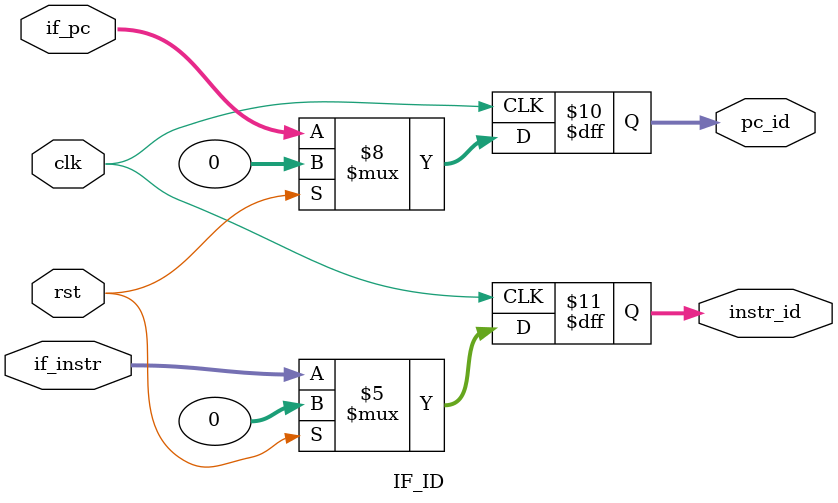
<source format=v>
`timescale 1ns / 1ns
module IF_ID(clk,rst,if_pc,if_instr,pc_id,instr_id);
    input wire clk;
    input wire rst;
    //signal for fetch
    input wire[31:0] if_pc;
    input wire[31:0] if_instr;
    //signal for decode
    output reg[31:0] pc_id;
    output reg[31:0] instr_id;
    
    initial begin
        instr_id<=0;
    end
    
    always@(posedge clk)
        if(rst=='b1)
            begin
                pc_id<='h00000000;
                instr_id<='h00000000;
            end
        else
            begin
                pc_id<=if_pc;
                instr_id<=if_instr;
            end
    
endmodule

</source>
